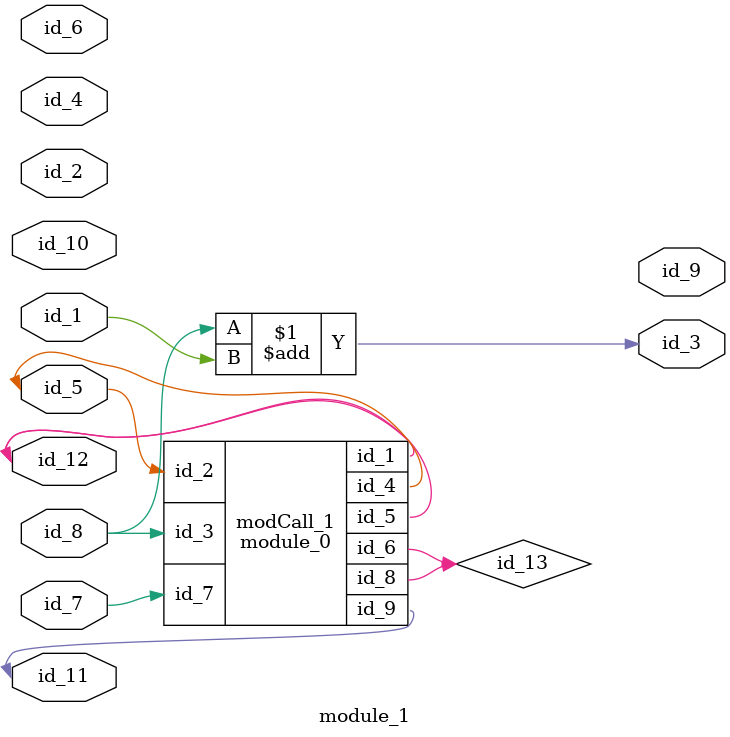
<source format=v>
module module_0 (
    id_1,
    id_2,
    id_3,
    id_4,
    id_5,
    id_6,
    id_7,
    id_8,
    id_9
);
  output wire id_9;
  inout wire id_8;
  input wire id_7;
  inout wire id_6;
  output wire id_5;
  inout wire id_4;
  input wire id_3;
  input wire id_2;
  inout wire id_1;
  wire id_10;
endmodule
module module_1 (
    id_1,
    id_2,
    id_3,
    id_4,
    id_5,
    id_6,
    id_7,
    id_8,
    id_9,
    id_10,
    id_11,
    id_12
);
  inout wire id_12;
  inout wire id_11;
  input wire id_10;
  output wire id_9;
  input wire id_8;
  input wire id_7;
  input wire id_6;
  inout wire id_5;
  inout wire id_4;
  output wire id_3;
  input wire id_2;
  input wire id_1;
  assign id_3 = id_8 + id_1;
  wire id_13;
  module_0 modCall_1 (
      id_12,
      id_5,
      id_8,
      id_5,
      id_12,
      id_13,
      id_7,
      id_13,
      id_11
  );
  wire id_14, id_15;
endmodule

</source>
